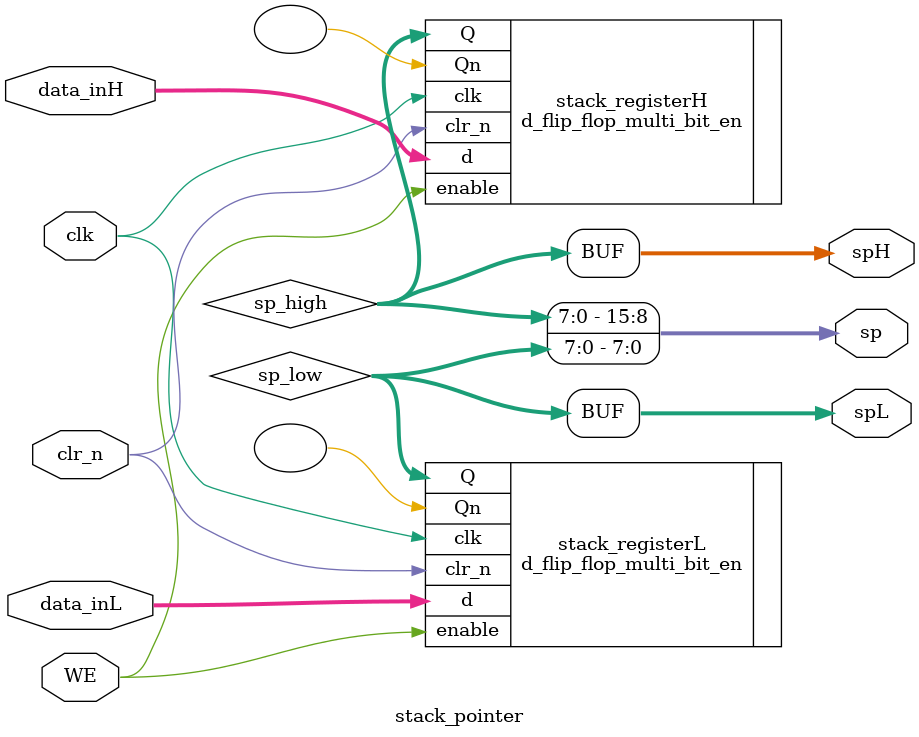
<source format=v>
module stack_pointer(
    input clk,
    input clr_n,

    input [7:0]data_inH,
    input [7:0]data_inL,
    input WE,
    output [7:0]spH,
    output [7:0]spL,
    output [15:0]sp
);

wire [7:0]sp_high;
wire [7:0]sp_low;

d_flip_flop_multi_bit_en #(8, 0) stack_registerH (
	.d(data_inH), .clk(clk), .clr_n(clr_n), .enable(WE),
	.Q(sp_high), .Qn()
);

d_flip_flop_multi_bit_en #(8, 0) stack_registerL (
	.d(data_inL), .clk(clk), .clr_n(clr_n), .enable(WE),
	.Q(sp_low), .Qn()
);

assign spH = sp_high;
assign spL = sp_low;

assign sp = {
    sp_high,
    sp_low
};

endmodule
</source>
